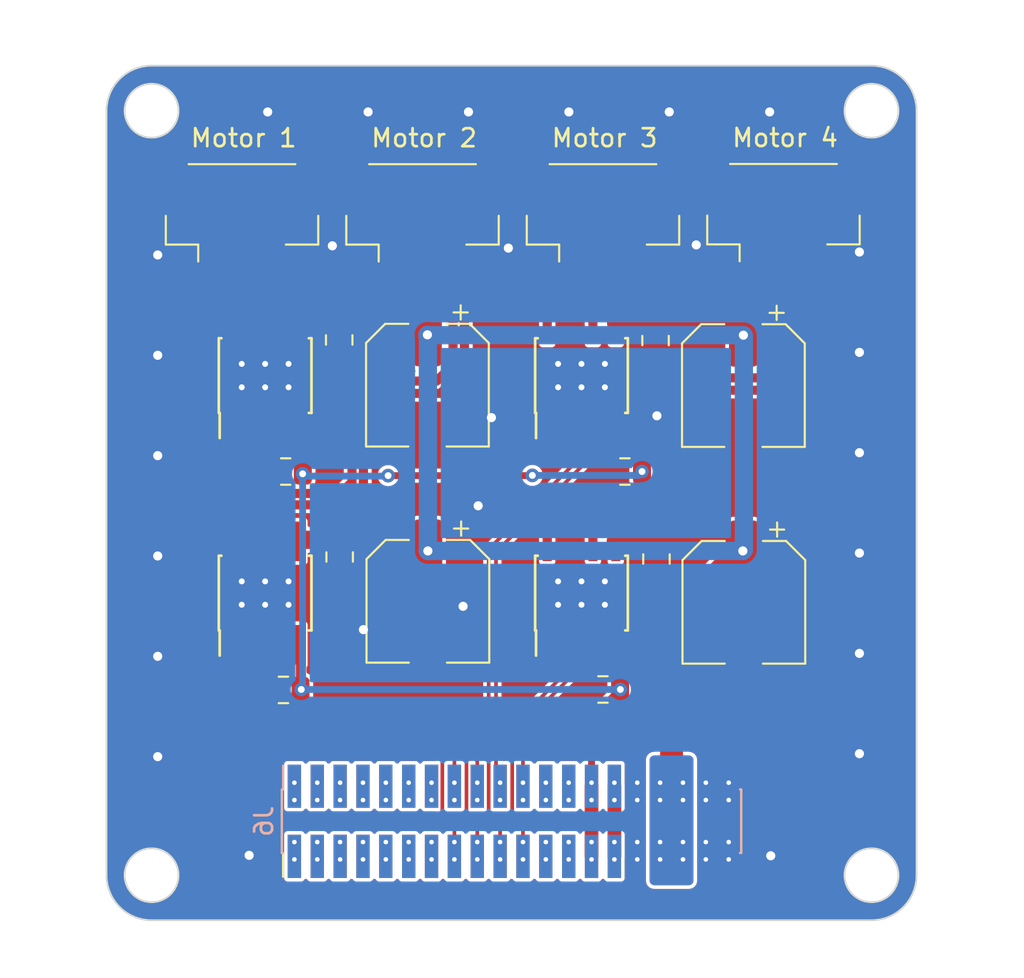
<source format=kicad_pcb>
(kicad_pcb (version 20221018) (generator pcbnew)
  (title_block (date "2023-06-14"))
  (layers (0 "F.Cu" signal) (31 "B.Cu" signal) (34 "B.Paste" user) (35 "F.Paste" user) (36 "B.SilkS" user "B.Silkscreen") (37 "F.SilkS" user "F.Silkscreen") (38 "B.Mask" user) (39 "F.Mask" user) (44 "Edge.Cuts" user))
  (net 0 "")
  (net 1 "+3.3V")
  (net 2 "GND")
  (net 3 "/SPI_CS")
  (net 4 "/SPI_CLK")
  (net 5 "/SPI_MOSI")
  (net 6 "/SPI_MISO")
  (net 7 "/I2C_CLK")
  (net 8 "/PWM_1")
  (net 9 "/PWM_2")
  (net 10 "/PWM_3")
  (net 11 "/PWM_4")
  (net 12 "/PWM_5")
  (net 13 "/PWM_6")
  (net 14 "/PWM_7")
  (net 15 "/PWM_8")
  (net 16 "/ADC_1")
  (net 17 "/ADC_3")
  (net 18 "/ADC_4")
  (net 19 "/UART1_RX")
  (net 20 "/UART1_TX")
  (net 21 "/ADC_2")
  (net 22 "/I2C_SDA")
  (net 23 "/UART2_RX")
  (net 24 "/CAN_L")
  (net 25 "/CAN_H")
  (net 26 "/USB-")
  (net 27 "/USB+")
  (net 28 "/+5V")
  (net 29 "+BATT")
  (net 30 "/UART2_TX")
  (net 31 "/OUT1")
  (net 32 "/OUT2")
  (net 33 "/OUT3")
  (net 34 "/OUT4")
  (net 35 "/OUT5")
  (net 36 "/OUT6")
  (net 37 "/OUT7")
  (net 38 "/OUT8")
  (footprint "Capacitor_SMD:CP_Elec_6.3x5.4" (layer "F.Cu") (at 71.0464 50.9778 -90)
    (fp_text reference "C1" hide)
    (fp_text value "10uF")
  )
  (footprint "Capacitor_SMD:C_0805_2012Metric" (layer "F.Cu") (at 66.1442 48.4632 -90)
    (fp_text reference "C2" hide)
    (fp_text value "0.1uF")
  )
  (footprint "Capacitor_SMD:C_0805_2012Metric" (layer "F.Cu") (at 63.1724 55.7784 180)
    (fp_text reference "C9" hide)
    (fp_text value "0.1uF")
  )
  (footprint "Capacitor_SMD:CP_Elec_6.3x5.4" (layer "F.Cu") (at 71.0718 62.992 -90)
    (fp_text reference "C3" hide)
    (fp_text value "10uF")
  )
  (footprint "Capacitor_SMD:CP_Elec_6.3x5.4" (layer "F.Cu") (at 88.6278 63.0486 -90)
    (fp_text reference "C7" hide)
    (fp_text value "10uF")
  )
  (footprint "Connector_JST:JST_GH_BM04B-GHS-TBT_1x04-1MP_P1.25mm_Vertical" (layer "F.Cu") (at 90.8284 41.2914)
    (fp_text reference "J5" hide)
    (fp_text value "Motor 4")
  )
  (footprint "Capacitor_SMD:C_0805_2012Metric" (layer "F.Cu") (at 80.8 67.8942 180)
    (fp_text reference "C12" hide)
    (fp_text value "0.1uF")
  )
  (footprint "Connector_PinHeader_1.27mm:PinHeader_2x20_P1.27mm_Vertical_SMD" (layer "F.Cu") (at 75.72 75.22 90)
    (fp_text reference "J1" hide)
    (fp_text value "TOP")
  )
  (footprint "Capacitor_SMD:C_0805_2012Metric" (layer "F.Cu") (at 63.0454 67.9196 180)
    (fp_text reference "C10" hide)
    (fp_text value "0.1uF")
  )
  (footprint "Capacitor_SMD:C_0805_2012Metric" (layer "F.Cu") (at 83.7718 60.64 -90)
    (fp_text reference "C8" hide)
    (fp_text value "0.1uF")
  )
  (footprint "Package_SO:Texas_HTSOP-8-1EP_3.9x4.9mm_P1.27mm_EP2.95x4.9mm_Mask2.4x3.1mm_ThermalVias" (layer "F.Cu") (at 62.0294 62.5348 90)
    (fp_text reference "U2" hide)
    (fp_text value "DRV8870DDA")
  )
  (footprint "Package_SO:Texas_HTSOP-8-1EP_3.9x4.9mm_P1.27mm_EP2.95x4.9mm_Mask2.4x3.1mm_ThermalVias" (layer "F.Cu") (at 79.6062 62.5348 90)
    (fp_text reference "U4" hide)
    (fp_text value "DRV8870DDA")
  )
  (footprint "Capacitor_SMD:C_0805_2012Metric" (layer "F.Cu") (at 82.0192 55.7784 180)
    (fp_text reference "C11" hide)
    (fp_text value "0.1uF")
  )
  (footprint "Capacitor_SMD:C_0805_2012Metric" (layer "F.Cu") (at 83.721 48.4988 -90)
    (fp_text reference "C6" hide)
    (fp_text value "0.1uF")
  )
  (footprint "Package_SO:Texas_HTSOP-8-1EP_3.9x4.9mm_P1.27mm_EP2.95x4.9mm_Mask2.4x3.1mm_ThermalVias" (layer "F.Cu") (at 79.6062 50.4444 90)
    (fp_text reference "U3" hide)
    (fp_text value "DRV8870DDA")
  )
  (footprint "Package_SO:Texas_HTSOP-8-1EP_3.9x4.9mm_P1.27mm_EP2.95x4.9mm_Mask2.4x3.1mm_ThermalVias" (layer "F.Cu") (at 62.0294 50.4444 90)
    (fp_text reference "U1" hide)
    (fp_text value "DRV8870DDA")
  )
  (footprint "Capacitor_SMD:C_0805_2012Metric" (layer "F.Cu") (at 66.1696 60.5282 -90)
    (fp_text reference "C4" hide)
    (fp_text value "0.1uF")
  )
  (footprint "Connector_JST:JST_GH_BM04B-GHS-TBT_1x04-1MP_P1.25mm_Vertical" (layer "F.Cu") (at 70.772874 41.3028)
    (fp_text reference "J3" hide)
    (fp_text value "Motor 2")
  )
  (footprint "Connector_JST:JST_GH_BM04B-GHS-TBT_1x04-1MP_P1.25mm_Vertical" (layer "F.Cu") (at 80.800636 41.3028)
    (fp_text reference "J4" hide)
    (fp_text value "Motor 3")
  )
  (footprint "Connector_JST:JST_GH_BM04B-GHS-TBT_1x04-1MP_P1.25mm_Vertical" (layer "F.Cu") (at 60.745112 41.3028)
    (fp_text reference "J2" hide)
    (fp_text value "Motor 1")
  )
  (footprint "Capacitor_SMD:CP_Elec_6.3x5.4" (layer "F.Cu") (at 88.6024 50.9994 -90)
    (fp_text reference "C5" hide)
    (fp_text value "10uF")
  )
  (footprint "Connector_PinHeader_1.27mm:PinHeader_2x20_P1.27mm_Vertical_SMD" (layer "B.Cu") (at 75.72 75.22 -90)
    (fp_text reference "J6")
    (fp_text value "BOTTUM")
  )
  (gr_arc locked (start 53.22 35.72) (mid 53.952233 33.952233) (end 55.72 33.22) (stroke (width 0.1)) (layer "Edge.Cuts"))
  (gr_line locked (start 53.22 35.72) (end 53.22 78.22) (stroke (width 0.1)) (layer "Edge.Cuts"))
  (gr_circle locked (center 95.72 78.22) (end 94.22 78.22) (stroke (width 0.1)) (fill none) (layer "Edge.Cuts"))
  (gr_line locked (start 55.72 80.72) (end 95.72 80.72) (stroke (width 0.1)) (layer "Edge.Cuts"))
  (gr_circle locked (center 55.72 35.72) (end 57.22 35.72) (stroke (width 0.1)) (fill none) (layer "Edge.Cuts"))
  (gr_arc locked (start 95.72 33.22) (mid 97.487767 33.952233) (end 98.22 35.72) (stroke (width 0.1)) (layer "Edge.Cuts"))
  (gr_arc locked (start 98.22 78.22) (mid 97.487767 79.987767) (end 95.72 80.72) (stroke (width 0.1)) (layer "Edge.Cuts"))
  (gr_line locked (start 98.22 78.22) (end 98.22 35.72) (stroke (width 0.1)) (layer "Edge.Cuts"))
  (gr_circle locked (center 95.72 35.72) (end 95.72 37.22) (stroke (width 0.1)) (fill none) (layer "Edge.Cuts"))
  (gr_arc locked (start 55.72 80.72) (mid 53.952233 79.987767) (end 53.22 78.22) (stroke (width 0.1)) (layer "Edge.Cuts"))
  (gr_circle locked (center 55.72 78.22) (end 55.72 76.72) (stroke (width 0.1)) (fill none) (layer "Edge.Cuts"))
  (gr_line locked (start 95.72 33.22) (end 55.72 33.22) (stroke (width 0.1)) (layer "Edge.Cuts"))
  (segment (start 80.165 75.2348) (end 80.165 77.17) (width 0.762) (layer "F.Cu") (net 1))
  (segment (start 81.5112 67.6554) (end 81.75 67.8942) (width 0.381) (layer "F.Cu") (net 1))
  (segment (start 81.75 67.8942) (end 80.165 69.4792) (width 0.381) (layer "F.Cu") (net 1))
  (segment (start 80.165 73.27) (end 80.165 75.2348) (width 0.762) (layer "F.Cu") (net 1))
  (segment (start 81.5112 65.4098) (end 81.5112 67.6554) (width 0.381) (layer "F.Cu") (net 1))
  (segment (start 63.9344 67.8586) (end 63.9954 67.9196) (width 0.381) (layer "F.Cu") (net 1))
  (segment (start 80.165 69.4792) (end 80.165 75.2348) (width 0.381) (layer "F.Cu") (net 1))
  (segment (start 63.9344 53.3194) (end 63.9344 55.5904) (width 0.381) (layer "F.Cu") (net 1))
  (segment (start 68.862008 56.007004) (end 76.862996 56.007004) (width 0.381) (layer "F.Cu") (net 1))
  (segment (start 81.5112 53.3194) (end 82.96918 54.77738) (width 0.381) (layer "F.Cu") (net 1))
  (segment (start 76.862996 56.007004) (end 76.8757 55.9943) (width 0.381) (layer "F.Cu") (net 1))
  (segment (start 63.9344 55.5904) (end 64.1224 55.7784) (width 0.381) (layer "F.Cu") (net 1))
  (segment (start 82.96918 54.77738) (end 82.96918 55.77842) (width 0.381) (layer "F.Cu") (net 1))
  (segment (start 63.9344 65.4098) (end 63.9344 67.8586) (width 0.381) (layer "F.Cu") (net 1))
  (via (at 80.165 76.3778) (size 0.508) (drill 0.254) (layers "F.Cu" "B.Cu") (net 1))
  (via (at 68.862008 56.007004) (size 0.762) (drill 0.381) (layers "F.Cu" "B.Cu") (net 1))
  (via (at 64.036 67.8942) (size 0.762) (drill 0.381) (layers "F.Cu" "B.Cu") (net 1))
  (via (at 64.1122 55.905392) (size 0.762) (drill 0.381) (layers "F.Cu" "B.Cu") (net 1))
  (via (at 82.96918 55.77842) (size 0.762) (drill 0.381) (layers "F.Cu" "B.Cu") (net 1))
  (via (at 80.165 73.0758) (size 0.508) (drill 0.254) (layers "F.Cu" "B.Cu") (net 1))
  (via (at 80.165 77.343) (size 0.508) (drill 0.254) (layers "F.Cu" "B.Cu") (net 1))
  (via (at 80.165 74.041) (size 0.508) (drill 0.254) (layers "F.Cu" "B.Cu") (net 1))
  (via (at 81.7652 67.8942) (size 0.762) (drill 0.381) (layers "F.Cu" "B.Cu") (net 1))
  (via (at 76.8757 55.9943) (size 0.762) (drill 0.381) (layers "F.Cu" "B.Cu") (net 1))
  (segment (start 64.239208 56.0324) (end 68.836612 56.0324) (width 0.381) (layer "B.Cu") (net 1))
  (segment (start 82.7533 55.9943) (end 82.96918 55.77842) (width 0.381) (layer "B.Cu") (net 1))
  (segment (start 64.036 67.8942) (end 81.7652 67.8942) (width 0.381) (layer "B.Cu") (net 1))
  (segment (start 76.8757 55.9943) (end 82.7533 55.9943) (width 0.381) (layer "B.Cu") (net 1))
  (segment (start 64.1122 55.905392) (end 64.239208 56.0324) (width 0.381) (layer "B.Cu") (net 1))
  (segment (start 64.1122 67.818) (end 64.1122 55.905392) (width 0.381) (layer "B.Cu") (net 1))
  (segment (start 68.836612 56.0324) (end 68.862008 56.007004) (width 0.381) (layer "B.Cu") (net 1))
  (segment (start 64.036 67.8942) (end 64.1122 67.818) (width 0.381) (layer "B.Cu") (net 1))
  (via (at 56.0604 71.628) (size 1.016) (drill 0.508) (layers "F.Cu" "B.Cu") (net 2))
  (via (at 56.0604 43.7388) (size 1.016) (drill 0.508) (layers "F.Cu" "B.Cu") (net 2))
  (via (at 95.0494 43.57624) (size 1.016) (drill 0.508) (layers "F.Cu" "B.Cu") (net 2))
  (via (at 78.90516 35.7886) (size 1.016) (drill 0.508) (layers "F.Cu" "B.Cu") (net 2))
  (via (at 86.515 73.0758) (size 0.508) (drill 0.254) (layers "F.Cu" "B.Cu") (net 2))
  (via (at 86.515 74.041) (size 0.508) (drill 0.254) (layers "F.Cu" "B.Cu") (net 2))
  (via (at 86.515 77.343) (size 0.508) (drill 0.254) (layers "F.Cu" "B.Cu") (net 2))
  (via (at 87.785 76.3778) (size 0.508) (drill 0.254) (layers "F.Cu" "B.Cu") (net 2))
  (via (at 56.0604 49.31664) (size 1.016) (drill 0.508) (layers "F.Cu" "B.Cu") (net 2))
  (via (at 95.0494 71.46544) (size 1.016) (drill 0.508) (layers "F.Cu" "B.Cu") (net 2))
  (via (at 67.4904 64.5668) (size 1.016) (drill 0.508) (layers "F.Cu" "B.Cu") (net 2))
  (via (at 87.785 74.041) (size 0.508) (drill 0.254) (layers "F.Cu" "B.Cu") (net 2))
  (via (at 95.0494 49.15408) (size 1.016) (drill 0.508) (layers "F.Cu" "B.Cu") (net 2))
  (via (at 82.705 73.0758) (size 0.508) (drill 0.254) (layers "F.Cu" "B.Cu") (net 2))
  (via (at 83.7972 52.6796) (size 1.016) (drill 0.508) (layers "F.Cu" "B.Cu") (net 2))
  (via (at 67.74948 35.7886) (size 1.016) (drill 0.508) (layers "F.Cu" "B.Cu") (net 2))
  (via (at 75.5422 43.3578) (size 1.016) (drill 0.508) (layers "F.Cu" "B.Cu") (net 2))
  (via (at 87.785 73.0758) (size 0.508) (drill 0.254) (layers "F.Cu" "B.Cu") (net 2))
  (via (at 95.0494 60.30976) (size 1.016) (drill 0.508) (layers "F.Cu" "B.Cu") (net 2))
  (via (at 73.32732 35.7886) (size 1.016) (drill 0.508) (layers "F.Cu" "B.Cu") (net 2))
  (via (at 56.0604 66.05016) (size 1.016) (drill 0.508) (layers "F.Cu" "B.Cu") (net 2))
  (via (at 90.06084 35.7886) (size 1.016) (drill 0.508) (layers "F.Cu" "B.Cu") (net 2))
  (via (at 73.0276 63.2714) (size 1.016) (drill 0.508) (layers "F.Cu" "B.Cu") (net 2))
  (via (at 90.1218 77.1398) (size 1.016) (drill 0.508) (layers "F.Cu" "B.Cu") (net 2))
  (via (at 56.0604 60.47232) (size 1.016) (drill 0.508) (layers "F.Cu" "B.Cu") (net 2))
  (via (at 61.1404 77.1144) (size 1.016) (drill 0.508) (layers "F.Cu" "B.Cu") (net 2))
  (via (at 62.17164 35.7886) (size 1.016) (drill 0.508) (layers "F.Cu" "B.Cu") (net 2))
  (via (at 85.9816 43.18) (size 1.016) (drill 0.508) (layers "F.Cu" "B.Cu") (net 2))
  (via (at 95.0494 54.73192) (size 1.016) (drill 0.508) (layers "F.Cu" "B.Cu") (net 2))
  (via (at 95.0494 65.8876) (size 1.016) (drill 0.508) (layers "F.Cu" "B.Cu") (net 2))
  (via (at 65.7632 43.2308) (size 1.016) (drill 0.508) (layers "F.Cu" "B.Cu") (net 2))
  (via (at 82.705 76.3778) (size 0.508) (drill 0.254) (layers "F.Cu" "B.Cu") (net 2))
  (via (at 87.785 77.343) (size 0.508) (drill 0.254) (layers "F.Cu" "B.Cu") (net 2))
  (via (at 74.6024 52.7812) (size 1.016) (drill 0.508) (layers "F.Cu" "B.Cu") (net 2))
  (via (at 73.8658 57.6834) (size 1.016) (drill 0.508) (layers "F.Cu" "B.Cu") (net 2))
  (via (at 56.0604 54.89448) (size 1.016) (drill 0.508) (layers "F.Cu" "B.Cu") (net 2))
  (via (at 82.705 74.041) (size 0.508) (drill 0.254) (layers "F.Cu" "B.Cu") (net 2))
  (via (at 82.705 77.343) (size 0.508) (drill 0.254) (layers "F.Cu" "B.Cu") (net 2))
  (via (at 86.515 76.3778) (size 0.508) (drill 0.254) (layers "F.Cu" "B.Cu") (net 2))
  (via (at 84.483 35.7886) (size 1.016) (drill 0.508) (layers "F.Cu" "B.Cu") (net 2))
  (via (at 70.005 76.3778) (size 0.508) (drill 0.254) (layers "F.Cu" "B.Cu") (net 3))
  (via (at 70.005 77.343) (size 0.508) (drill 0.254) (layers "F.Cu" "B.Cu") (net 3))
  (via (at 70.005 73.0758) (size 0.508) (drill 0.254) (layers "F.Cu" "B.Cu") (net 4))
  (via (at 70.005 74.041) (size 0.508) (drill 0.254) (layers "F.Cu" "B.Cu") (net 4))
  (via (at 71.275 76.3778) (size 0.508) (drill 0.254) (layers "F.Cu" "B.Cu") (net 5))
  (via (at 71.275 77.343) (size 0.508) (drill 0.254) (layers "F.Cu" "B.Cu") (net 5))
  (via (at 71.275 73.0758) (size 0.508) (drill 0.254) (layers "F.Cu" "B.Cu") (net 6))
  (via (at 71.275 74.041) (size 0.508) (drill 0.254) (layers "F.Cu" "B.Cu") (net 6))
  (via (at 68.735 74.041) (size 0.508) (drill 0.254) (layers "F.Cu" "B.Cu") (net 7))
  (via (at 68.735 73.0758) (size 0.508) (drill 0.254) (layers "F.Cu" "B.Cu") (net 7))
  (segment (start 71.275 70.8914) (end 71.8736 71.49) (width 0.2032) (layer "F.Cu") (net 8))
  (segment (start 58.3718 70.104) (end 59.1592 70.8914) (width 0.2032) (layer "F.Cu") (net 8))
  (segment (start 61.3944 53.3194) (end 61.3944 54.5846) (width 0.2032) (layer "F.Cu") (net 8))
  (segment (start 59.1592 70.8914) (end 71.275 70.8914) (width 0.2032) (layer "F.Cu") (net 8))
  (segment (start 71.8736 74.8936) (end 72.545 75.565) (width 0.2032) (layer "F.Cu") (net 8))
  (segment (start 61.3944 54.5846) (end 58.3718 57.6072) (width 0.2032) (layer "F.Cu") (net 8))
  (segment (start 72.545 75.565) (end 72.545 77.17) (width 0.2032) (layer "F.Cu") (net 8))
  (segment (start 71.8736 71.49) (end 71.8736 74.8936) (width 0.2032) (layer "F.Cu") (net 8))
  (segment (start 58.3718 57.6072) (end 58.3718 70.104) (width 0.2032) (layer "F.Cu") (net 8))
  (via (at 72.545 77.343) (size 0.508) (drill 0.254) (layers "F.Cu" "B.Cu") (net 8))
  (via (at 72.545 76.3778) (size 0.508) (drill 0.254) (layers "F.Cu" "B.Cu") (net 8))
  (segment (start 71.529 70.5612) (end 72.545 71.5772) (width 0.2032) (layer "F.Cu") (net 9))
  (segment (start 61.621174 54.8248) (end 58.702 57.743974) (width 0.2032) (layer "F.Cu") (net 9))
  (segment (start 58.702 69.967226) (end 59.295974 70.5612) (width 0.2032) (layer "F.Cu") (net 9))
  (segment (start 62.6644 54.1694) (end 62.009 54.8248) (width 0.2032) (layer "F.Cu") (net 9))
  (segment (start 72.545 71.5772) (end 72.545 73.27) (width 0.2032) (layer "F.Cu") (net 9))
  (segment (start 62.009 54.8248) (end 61.621174 54.8248) (width 0.2032) (layer "F.Cu") (net 9))
  (segment (start 59.295974 70.5612) (end 71.529 70.5612) (width 0.2032) (layer "F.Cu") (net 9))
  (segment (start 62.6644 53.3194) (end 62.6644 54.1694) (width 0.2032) (layer "F.Cu") (net 9))
  (segment (start 58.702 57.743974) (end 58.702 69.967226) (width 0.2032) (layer "F.Cu") (net 9))
  (via (at 72.545 73.0758) (size 0.508) (drill 0.254) (layers "F.Cu" "B.Cu") (net 9))
  (via (at 72.545 74.041) (size 0.508) (drill 0.254) (layers "F.Cu" "B.Cu") (net 9))
  (segment (start 73.2164 71.735174) (end 71.661426 70.1802) (width 0.2032) (layer "F.Cu") (net 10))
  (segment (start 61.3944 66.6496) (end 61.3944 65.3082) (width 0.2032) (layer "F.Cu") (net 10))
  (segment (start 73.815 75.5142) (end 73.2164 74.9156) (width 0.2032) (layer "F.Cu") (net 10))
  (segment (start 73.2164 74.9156) (end 73.2164 71.735174) (width 0.2032) (layer "F.Cu") (net 10))
  (segment (start 71.661426 70.1802) (end 59.962226 70.1802) (width 0.2032) (layer "F.Cu") (net 10))
  (segment (start 73.815 77.17) (end 73.815 75.5142) (width 0.2032) (layer "F.Cu") (net 10))
  (segment (start 59.962226 70.1802) (end 59.4386 69.656574) (width 0.2032) (layer "F.Cu") (net 10))
  (segment (start 59.4386 69.656574) (end 59.4386 68.6054) (width 0.2032) (layer "F.Cu") (net 10))
  (segment (start 59.4386 68.6054) (end 61.3944 66.6496) (width 0.2032) (layer "F.Cu") (net 10))
  (via (at 73.815 77.343) (size 0.508) (drill 0.254) (layers "F.Cu" "B.Cu") (net 10))
  (via (at 73.815 76.3778) (size 0.508) (drill 0.254) (layers "F.Cu" "B.Cu") (net 10))
  (segment (start 62.6644 66.7512) (end 62.5374 66.8782) (width 0.2032) (layer "F.Cu") (net 11))
  (segment (start 62.6644 65.4098) (end 62.6644 66.7512) (width 0.2032) (layer "F.Cu") (net 11))
  (segment (start 62.5374 66.8782) (end 61.632774 66.8782) (width 0.2032) (layer "F.Cu") (net 11))
  (segment (start 61.632774 66.8782) (end 61.386587 67.124387) (width 0.2032) (layer "F.Cu") (net 11))
  (segment (start 61.386587 67.124387) (end 59.7688 68.742174) (width 0.2032) (layer "F.Cu") (net 11))
  (segment (start 73.815 71.8668) (end 73.815 73.27) (width 0.2032) (layer "F.Cu") (net 11))
  (segment (start 59.7688 68.742174) (end 59.7688 69.5198) (width 0.2032) (layer "F.Cu") (net 11))
  (segment (start 60.099 69.85) (end 71.7982 69.85) (width 0.2032) (layer "F.Cu") (net 11))
  (segment (start 59.7688 69.5198) (end 60.099 69.85) (width 0.2032) (layer "F.Cu") (net 11))
  (segment (start 71.7982 69.85) (end 73.815 71.8668) (width 0.2032) (layer "F.Cu") (net 11))
  (via (at 73.815 73.0758) (size 0.508) (drill 0.254) (layers "F.Cu" "B.Cu") (net 11))
  (via (at 73.815 74.041) (size 0.508) (drill 0.254) (layers "F.Cu" "B.Cu") (net 11))
  (segment (start 74.45 74.8792) (end 75.085 75.5142) (width 0.2032) (layer "F.Cu") (net 12))
  (segment (start 78.9712 53.3194) (end 78.9712 55.5752) (width 0.2032) (layer "F.Cu") (net 12))
  (segment (start 78.9712 55.5752) (end 74.45 60.0964) (width 0.2032) (layer "F.Cu") (net 12))
  (segment (start 75.085 75.5142) (end 75.085 77.17) (width 0.2032) (layer "F.Cu") (net 12))
  (segment (start 74.45 60.0964) (end 74.45 74.8792) (width 0.2032) (layer "F.Cu") (net 12))
  (via (at 75.085 77.343) (size 0.508) (drill 0.254) (layers "F.Cu" "B.Cu") (net 12))
  (via (at 75.085 76.3778) (size 0.508) (drill 0.254) (layers "F.Cu" "B.Cu") (net 12))
  (segment (start 74.8564 60.252101) (end 80.2412 54.867301) (width 0.2032) (layer "F.Cu") (net 13))
  (segment (start 75.085 73.27) (end 74.8564 73.0414) (width 0.2032) (layer "F.Cu") (net 13))
  (segment (start 80.2412 54.867301) (end 80.2412 53.3194) (width 0.2032) (layer "F.Cu") (net 13))
  (segment (start 74.8564 73.0414) (end 74.8564 60.252101) (width 0.2032) (layer "F.Cu") (net 13))
  (via (at 75.085 73.0758) (size 0.508) (drill 0.254) (layers "F.Cu" "B.Cu") (net 13))
  (via (at 75.085 74.041) (size 0.508) (drill 0.254) (layers "F.Cu" "B.Cu") (net 13))
  (segment (start 75.7564 69.9406) (end 75.7564 74.8648) (width 0.2032) (layer "F.Cu") (net 14))
  (segment (start 78.9712 66.7258) (end 75.7564 69.9406) (width 0.2032) (layer "F.Cu") (net 14))
  (segment (start 78.9712 65.4098) (end 78.9712 66.7258) (width 0.2032) (layer "F.Cu") (net 14))
  (segment (start 75.7564 74.8648) (end 76.355 75.4634) (width 0.2032) (layer "F.Cu") (net 14))
  (segment (start 76.355 75.4634) (end 76.355 77.17) (width 0.2032) (layer "F.Cu") (net 14))
  (via (at 76.355 77.343) (size 0.508) (drill 0.254) (layers "F.Cu" "B.Cu") (net 14))
  (via (at 76.355 76.3778) (size 0.508) (drill 0.254) (layers "F.Cu" "B.Cu") (net 14))
  (segment (start 80.2412 65.4098) (end 80.2412 66.8274) (width 0.2032) (layer "F.Cu") (net 15))
  (segment (start 80.128 66.9406) (end 79.2644 66.9406) (width 0.2032) (layer "F.Cu") (net 15))
  (segment (start 80.2412 66.8274) (end 80.128 66.9406) (width 0.2032) (layer "F.Cu") (net 15))
  (segment (start 79.2644 66.9406) (end 76.355 69.85) (width 0.2032) (layer "F.Cu") (net 15))
  (segment (start 76.355 69.85) (end 76.355 73.27) (width 0.2032) (layer "F.Cu") (net 15))
  (via (at 76.355 73.0758) (size 0.508) (drill 0.254) (layers "F.Cu" "B.Cu") (net 15))
  (via (at 76.355 74.041) (size 0.508) (drill 0.254) (layers "F.Cu" "B.Cu") (net 15))
  (via (at 63.655 77.343) (size 0.508) (drill 0.254) (layers "F.Cu" "B.Cu") (net 16))
  (via (at 63.655 76.3778) (size 0.508) (drill 0.254) (layers "F.Cu" "B.Cu") (net 16))
  (via (at 64.925 76.3778) (size 0.508) (drill 0.254) (layers "F.Cu" "B.Cu") (net 17))
  (via (at 64.925 77.343) (size 0.508) (drill 0.254) (layers "F.Cu" "B.Cu") (net 17))
  (via (at 64.925 73.0758) (size 0.508) (drill 0.254) (layers "F.Cu" "B.Cu") (net 18))
  (via (at 64.925 74.041) (size 0.508) (drill 0.254) (layers "F.Cu" "B.Cu") (net 18))
  (via (at 66.195 76.3778) (size 0.508) (drill 0.254) (layers "F.Cu" "B.Cu") (net 19))
  (via (at 66.195 77.343) (size 0.508) (drill 0.254) (layers "F.Cu" "B.Cu") (net 19))
  (via (at 66.195 74.041) (size 0.508) (drill 0.254) (layers "F.Cu" "B.Cu") (net 20))
  (via (at 66.195 73.0758) (size 0.508) (drill 0.254) (layers "F.Cu" "B.Cu") (net 20))
  (via (at 63.655 74.041) (size 0.508) (drill 0.254) (layers "F.Cu" "B.Cu") (net 21))
  (via (at 63.655 73.0758) (size 0.508) (drill 0.254) (layers "F.Cu" "B.Cu") (net 21))
  (via (at 68.735 76.3778) (size 0.508) (drill 0.254) (layers "F.Cu" "B.Cu") (net 22))
  (via (at 68.735 77.343) (size 0.508) (drill 0.254) (layers "F.Cu" "B.Cu") (net 22))
  (via (at 67.465 76.3778) (size 0.508) (drill 0.254) (layers "F.Cu" "B.Cu") (net 23))
  (via (at 67.465 77.343) (size 0.508) (drill 0.254) (layers "F.Cu" "B.Cu") (net 23))
  (via (at 77.625 73.0758) (size 0.508) (drill 0.254) (layers "F.Cu" "B.Cu") (net 24))
  (via (at 77.625 74.041) (size 0.508) (drill 0.254) (layers "F.Cu" "B.Cu") (net 24))
  (via (at 77.625 77.343) (size 0.508) (drill 0.254) (layers "F.Cu" "B.Cu") (net 25))
  (via (at 77.625 76.3778) (size 0.508) (drill 0.254) (layers "F.Cu" "B.Cu") (net 25))
  (via (at 78.895 73.0758) (size 0.508) (drill 0.254) (layers "F.Cu" "B.Cu") (net 26))
  (via (at 78.895 74.041) (size 0.508) (drill 0.254) (layers "F.Cu" "B.Cu") (net 26))
  (via (at 78.895 77.343) (size 0.508) (drill 0.254) (layers "F.Cu" "B.Cu") (net 27))
  (via (at 78.895 76.3778) (size 0.508) (drill 0.254) (layers "F.Cu" "B.Cu") (net 27))
  (segment (start 81.435 73.27) (end 81.435 77.17) (width 0.762) (layer "F.Cu") (net 28))
  (via (at 81.435 76.3778) (size 0.508) (drill 0.254) (layers "F.Cu" "B.Cu") (net 28))
  (via (at 81.435 77.343) (size 0.508) (drill 0.254) (layers "F.Cu" "B.Cu") (net 28))
  (via (at 81.435 74.041) (size 0.508) (drill 0.254) (layers "F.Cu" "B.Cu") (net 28))
  (via (at 81.435 73.0758) (size 0.508) (drill 0.254) (layers "F.Cu" "B.Cu") (net 28))
  (segment (start 63.9498 59.5736) (end 63.9344 59.5582) (width 0.508) (layer "F.Cu") (net 29))
  (segment (start 88.6024 48.1994) (end 87.9274 47.5244) (width 0.508) (layer "F.Cu") (net 29))
  (segment (start 81.5112 59.6598) (end 88.039 59.6598) (width 1.016) (layer "F.Cu") (net 29))
  (segment (start 84.61 73.8632) (end 84.61 63.9826) (width 1.27) (layer "F.Cu") (net 29))
  (segment (start 71.0718 60.192) (end 70.4534 59.5736) (width 0.508) (layer "F.Cu") (net 29))
  (segment (start 87.9274 47.5244) (end 81.5308 47.5244) (width 1.016) (layer "F.Cu") (net 29))
  (segment (start 81.5308 47.5244) (end 81.4858 47.5694) (width 0.508) (layer "F.Cu") (net 29))
  (segment (start 71.0464 48.1778) (end 70.393 47.5244) (width 0.508) (layer "F.Cu") (net 29))
  (segment (start 84.61 63.9826) (end 88.400622 60.191978) (width 1.27) (layer "F.Cu") (net 29))
  (segment (start 70.4534 59.5736) (end 63.9498 59.5736) (width 1.016) (layer "F.Cu") (net 29))
  (segment (start 70.393 47.5244) (end 63.9148 47.5244) (width 1.016) (layer "F.Cu") (net 29))
  (segment (start 88.400622 60.191978) (end 88.571178 60.191978) (width 1.27) (layer "F.Cu") (net 29))
  (segment (start 63.9148 47.5244) (end 63.909 47.5186) (width 0.508) (layer "F.Cu") (net 29))
  (via (at 83.975 77.343) (size 0.508) (drill 0.254) (layers "F.Cu" "B.Cu") (net 29))
  (via (at 88.571178 60.191978) (size 1.016) (drill 0.508) (layers "F.Cu" "B.Cu") (net 29))
  (via (at 71.0464 48.1778) (size 1.016) (drill 0.508) (layers "F.Cu" "B.Cu") (net 29))
  (via (at 83.975 76.3778) (size 0.508) (drill 0.254) (layers "F.Cu" "B.Cu") (net 29))
  (via (at 85.245 73.0758) (size 0.508) (drill 0.254) (layers "F.Cu" "B.Cu") (net 29))
  (via (at 85.245 76.3778) (size 0.508) (drill 0.254) (layers "F.Cu" "B.Cu") (net 29))
  (via (at 83.975 74.041) (size 0.508) (drill 0.254) (layers "F.Cu" "B.Cu") (net 29))
  (via (at 88.6024 48.1994) (size 1.016) (drill 0.508) (layers "F.Cu" "B.Cu") (net 29))
  (via (at 85.245 77.343) (size 0.508) (drill 0.254) (layers "F.Cu" "B.Cu") (net 29))
  (via (at 85.245 74.041) (size 0.508) (drill 0.254) (layers "F.Cu" "B.Cu") (net 29))
  (via (at 71.0718 60.192) (size 1.016) (drill 0.508) (layers "F.Cu" "B.Cu") (net 29))
  (via (at 83.975 73.0758) (size 0.508) (drill 0.254) (layers "F.Cu" "B.Cu") (net 29))
  (segment (start 88.6024 48.1994) (end 88.6278 48.2248) (width 0.508) (layer "B.Cu") (net 29))
  (segment (start 71.0718 60.192) (end 71.0718 48.2032) (width 1.016) (layer "B.Cu") (net 29))
  (segment (start 88.6278 48.2248) (end 88.6278 60.135356) (width 1.016) (layer "B.Cu") (net 29))
  (segment (start 88.6278 60.135356) (end 88.571178 60.191978) (width 1.016) (layer "B.Cu") (net 29))
  (segment (start 71.0464 48.1778) (end 71.068 48.1994) (width 0.508) (layer "B.Cu") (net 29))
  (segment (start 88.5712 60.192) (end 88.571178 60.191978) (width 0.508) (layer "B.Cu") (net 29))
  (segment (start 71.068 48.1994) (end 88.6024 48.1994) (width 1.016) (layer "B.Cu") (net 29))
  (segment (start 88.5712 60.192) (end 71.0718 60.192) (width 1.016) (layer "B.Cu") (net 29))
  (segment (start 71.0718 48.2032) (end 71.0464 48.1778) (width 0.508) (layer "B.Cu") (net 29))
  (via (at 67.465 73.0758) (size 0.508) (drill 0.254) (layers "F.Cu" "B.Cu") (net 30))
  (via (at 67.465 74.041) (size 0.508) (drill 0.254) (layers "F.Cu" "B.Cu") (net 30))
  (segment (start 60.099 45.2306) (end 60.120112 45.209488) (width 0.508) (layer "F.Cu") (net 31))
  (segment (start 60.099 47.5186) (end 60.099 45.2306) (width 0.508) (layer "F.Cu") (net 31))
  (segment (start 60.120112 45.209488) (end 60.120112 43.2528) (width 0.508) (layer "F.Cu") (net 31))
  (segment (start 62.639 46.3804) (end 61.370112 45.111512) (width 0.508) (layer "F.Cu") (net 32))
  (segment (start 62.639 47.5186) (end 62.639 46.3804) (width 0.508) (layer "F.Cu") (net 32))
  (segment (start 61.370112 45.111512) (end 61.370112 43.2528) (width 0.508) (layer "F.Cu") (net 32))
  (segment (start 72.4688 49.8348) (end 71.5544 50.7492) (width 0.508) (layer "F.Cu") (net 33))
  (segment (start 70.147874 43.2528) (end 70.147874 44.719874) (width 0.508) (layer "F.Cu") (net 33))
  (segment (start 66.8554 56.3626) (end 66.2204 56.9976) (width 0.508) (layer "F.Cu") (net 33))
  (segment (start 71.5544 50.7492) (end 67.8968 50.7492) (width 0.508) (layer "F.Cu") (net 33))
  (segment (start 67.8968 50.7492) (end 66.8554 51.7906) (width 0.508) (layer "F.Cu") (net 33))
  (segment (start 70.6654 45.2374) (end 71.392974 45.2374) (width 0.508) (layer "F.Cu") (net 33))
  (segment (start 70.147874 44.719874) (end 70.6654 45.2374) (width 0.508) (layer "F.Cu") (net 33))
  (segment (start 60.1244 57.1246) (end 60.1244 59.5582) (width 0.508) (layer "F.Cu") (net 33))
  (segment (start 72.4688 46.313226) (end 72.4688 49.8348) (width 0.508) (layer "F.Cu") (net 33))
  (segment (start 60.2514 56.9976) (end 60.1244 57.1246) (width 0.508) (layer "F.Cu") (net 33))
  (segment (start 66.2204 56.9976) (end 60.2514 56.9976) (width 0.508) (layer "F.Cu") (net 33))
  (segment (start 66.8554 51.7906) (end 66.8554 56.3626) (width 0.508) (layer "F.Cu") (net 33))
  (segment (start 71.392974 45.2374) (end 72.4688 46.313226) (width 0.508) (layer "F.Cu") (net 33))
  (segment (start 68.2016 51.435) (end 67.4904 52.1462) (width 0.508) (layer "F.Cu") (net 34))
  (segment (start 66.483426 57.6326) (end 63.1204 57.6326) (width 0.508) (layer "F.Cu") (net 34))
  (segment (start 63.1204 57.6326) (end 62.6644 58.0886) (width 0.508) (layer "F.Cu") (net 34))
  (segment (start 71.766626 51.435) (end 68.2016 51.435) (width 0.508) (layer "F.Cu") (net 34))
  (segment (start 67.4904 56.625626) (end 66.483426 57.6326) (width 0.508) (layer "F.Cu") (net 34))
  (segment (start 73.1038 50.097826) (end 71.766626 51.435) (width 0.508) (layer "F.Cu") (net 34))
  (segment (start 62.6644 58.0886) (end 62.6644 59.5582) (width 0.508) (layer "F.Cu") (net 34))
  (segment (start 73.1038 46.0502) (end 73.1038 50.097826) (width 0.508) (layer "F.Cu") (net 34))
  (segment (start 71.397874 43.2528) (end 71.397874 44.344274) (width 0.508) (layer "F.Cu") (net 34))
  (segment (start 71.397874 44.344274) (end 73.1038 46.0502) (width 0.508) (layer "F.Cu") (net 34))
  (segment (start 67.4904 52.1462) (end 67.4904 56.625626) (width 0.508) (layer "F.Cu") (net 34))
  (segment (start 80.175636 43.2528) (end 80.175636 44.439364) (width 0.508) (layer "F.Cu") (net 35))
  (segment (start 80.175636 44.439364) (end 79.6824 44.9326) (width 0.508) (layer "F.Cu") (net 35))
  (segment (start 78.2346 44.9326) (end 77.7012 45.466) (width 0.508) (layer "F.Cu") (net 35))
  (segment (start 79.6824 44.9326) (end 78.2346 44.9326) (width 0.508) (layer "F.Cu") (net 35))
  (segment (start 77.7012 45.466) (end 77.7012 47.5694) (width 0.508) (layer "F.Cu") (net 35))
  (segment (start 81.425636 43.2528) (end 81.425636 44.560964) (width 0.508) (layer "F.Cu") (net 36))
  (segment (start 81.425636 44.560964) (end 80.2412 45.7454) (width 0.508) (layer "F.Cu") (net 36))
  (segment (start 80.2412 45.7454) (end 80.2412 47.5694) (width 0.508) (layer "F.Cu") (net 36))
  (segment (start 87.3024 50.5714) (end 85.8038 52.07) (width 0.508) (layer "F.Cu") (net 37))
  (segment (start 90.7568 49.7586) (end 89.944 50.5714) (width 0.508) (layer "F.Cu") (net 37))
  (segment (start 85.5752 57.023) (end 78.768 57.023) (width 0.508) (layer "F.Cu") (net 37))
  (segment (start 90.2034 44.8618) (end 90.7568 45.4152) (width 0.508) (layer "F.Cu") (net 37))
  (segment (start 78.768 57.023) (end 77.7012 58.0898) (width 0.508) (layer "F.Cu") (net 37))
  (segment (start 90.7568 45.4152) (end 90.7568 49.7586) (width 0.508) (layer "F.Cu") (net 37))
  (segment (start 89.944 50.5714) (end 87.3024 50.5714) (width 0.508) (layer "F.Cu") (net 37))
  (segment (start 85.8038 56.7944) (end 85.5752 57.023) (width 0.508) (layer "F.Cu") (net 37))
  (segment (start 85.8038 52.07) (end 85.8038 56.7944) (width 0.508) (layer "F.Cu") (net 37))
  (segment (start 90.2034 43.2414) (end 90.2034 44.8618) (width 0.508) (layer "F.Cu") (net 37))
  (segment (start 77.7012 58.0898) (end 77.7012 59.6598) (width 0.508) (layer "F.Cu") (net 37))
  (segment (start 85.8292 57.6834) (end 80.6476 57.6834) (width 0.508) (layer "F.Cu") (net 38))
  (segment (start 91.4534 43.2414) (end 91.4534 50.0526) (width 0.508) (layer "F.Cu") (net 38))
  (segment (start 86.515 56.9976) (end 85.8292 57.6834) (width 0.508) (layer "F.Cu") (net 38))
  (segment (start 80.2412 58.0898) (end 80.2412 59.6598) (width 0.508) (layer "F.Cu") (net 38))
  (segment (start 90.2488 51.2572) (end 87.6072 51.2572) (width 0.508) (layer "F.Cu") (net 38))
  (segment (start 86.515 52.3494) (end 86.515 56.9976) (width 0.508) (layer "F.Cu") (net 38))
  (segment (start 91.4534 50.0526) (end 90.2488 51.2572) (width 0.508) (layer "F.Cu") (net 38))
  (segment (start 80.6476 57.6834) (end 80.2412 58.0898) (width 0.508) (layer "F.Cu") (net 38))
  (segment (start 87.6072 51.2572) (end 86.515 52.3494) (width 0.508) (layer "F.Cu") (net 38))
  (zone (net 2) (net_name "GND") (layers "F&B.Cu") (priority 1) (connect_pads yes (clearance 0.2032)) (min_thickness 0.2032) (fill yes (thermal_gap 0.2032) (thermal_bridge_width 0.2032) (smoothing fillet) (radius 0.127))
    (polygon (pts (xy 47.2974 83.9216) (xy 104.1934 83.9216) (xy 104.1934 29.5656) (xy 47.2974 29.5656)))
  )
  (zone (net 29) (net_name "+BATT") (layers "F&B.Cu") (name "Vbat") (priority 2) (connect_pads yes (clearance 0.2032)) (min_thickness 0.2032) (fill yes (thermal_gap 0.2032) (thermal_bridge_width 0.2032) (smoothing fillet) (radius 0.254))
    (polygon (pts (xy 83.3908 71.5624) (xy 83.3908 78.776) (xy 85.8292 78.776) (xy 85.8292 71.5624)))
  )
)
</source>
